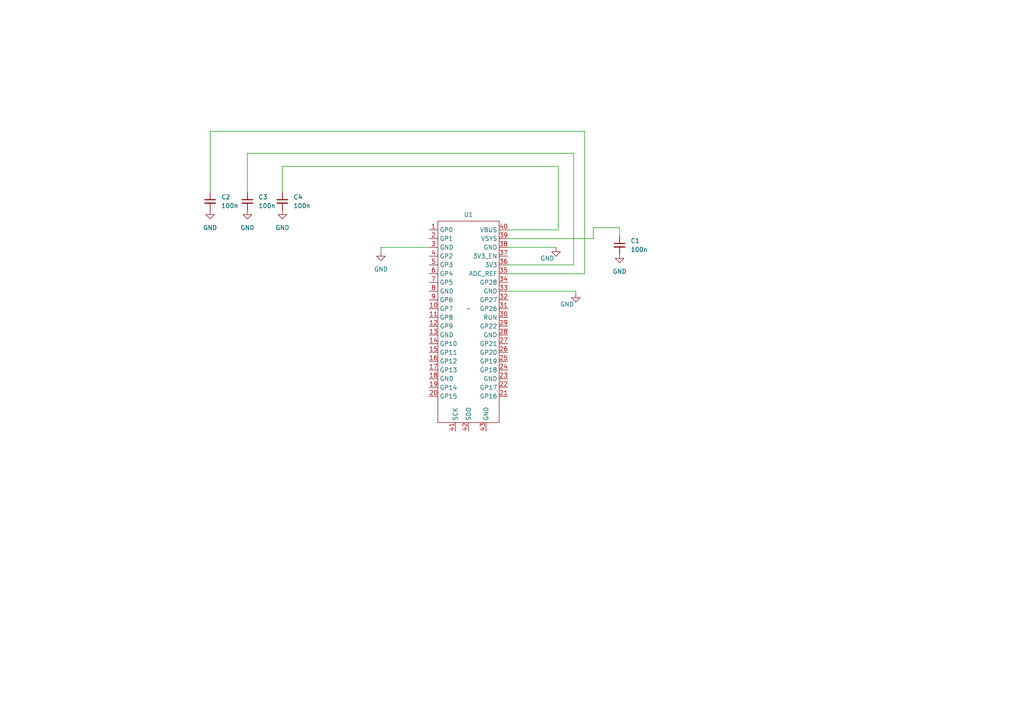
<source format=kicad_sch>
(kicad_sch (version 20230121) (generator eeschema)
  (paper "A4")
  (lib_symbols
    (symbol "Device:C_Small" (pin_numbers hide) (pin_names (offset 0.254) hide)
      (property "Reference" "C" (at 0.254 1.778 0))
      (property "Value" "C_Small" (at 0.254 -2.032 0))
      (symbol "C_Small_0_1"
        (polyline (pts (xy -1.524 -0.508) (xy 1.524 -0.508)) (stroke (width 0.3302)))
        (polyline (pts (xy -1.524 0.508) (xy 1.524 0.508)) (stroke (width 0.3048)))
      )
      (symbol "C_Small_1_1"
        (pin passive line (at 0 2.54 270) (length 2.032) (name "~") (number "1"))
        (pin passive line (at 0 -2.54 90) (length 2.032) (name "~") (number "2"))
      )
    )
    (symbol "Wiznet_W5100SEVB_Pico:Wiznet_Pico"
      (property "Reference" "U1" (at 0 27.305 0))
      (property "Value" "~" (at 0 0 0))
      (symbol "Wiznet_Pico_0_1"
        (rectangle (start -8.89 25.4) (end 8.89 -33.02))
      )
      (symbol "Wiznet_Pico_1_1"
        (pin input line (at -11.43 22.86 0) (length 2.54) (name "GP0") (number "1"))
        (pin input line (at -11.43 0 0) (length 2.54) (name "GP7") (number "10"))
        (pin input line (at -11.43 -2.54 0) (length 2.54) (name "GP8") (number "11"))
        (pin input line (at -11.43 -5.08 0) (length 2.54) (name "GP9") (number "12"))
        (pin input line (at -11.43 -7.62 0) (length 2.54) (name "GND") (number "13"))
        (pin input line (at -11.43 -10.16 0) (length 2.54) (name "GP10") (number "14"))
        (pin input line (at -11.43 -12.7 0) (length 2.54) (name "GP11") (number "15"))
        (pin input line (at -11.43 -15.24 0) (length 2.54) (name "GP12") (number "16"))
        (pin input line (at -11.43 -17.78 0) (length 2.54) (name "GP13") (number "17"))
        (pin input line (at -11.43 -20.32 0) (length 2.54) (name "GND") (number "18"))
        (pin input line (at -11.43 -22.86 0) (length 2.54) (name "GP14") (number "19"))
        (pin input line (at -11.43 20.32 0) (length 2.54) (name "GP1") (number "2"))
        (pin input line (at -11.43 -25.4 0) (length 2.54) (name "GP15") (number "20"))
        (pin input line (at 11.43 -25.4 180) (length 2.54) (name "GP16") (number "21"))
        (pin input line (at 11.43 -22.86 180) (length 2.54) (name "GP17") (number "22"))
        (pin input line (at 11.43 -20.32 180) (length 2.54) (name "GND") (number "23"))
        (pin input line (at 11.43 -17.78 180) (length 2.54) (name "GP18") (number "24"))
        (pin input line (at 11.43 -15.24 180) (length 2.54) (name "GP19") (number "25"))
        (pin input line (at 11.43 -12.7 180) (length 2.54) (name "GP20") (number "26"))
        (pin input line (at 11.43 -10.16 180) (length 2.54) (name "GP21") (number "27"))
        (pin input line (at 11.43 -7.62 180) (length 2.54) (name "GND") (number "28"))
        (pin input line (at 11.43 -5.08 180) (length 2.54) (name "GP22") (number "29"))
        (pin input line (at -11.43 17.78 0) (length 2.54) (name "GND") (number "3"))
        (pin input line (at 11.43 -2.54 180) (length 2.54) (name "RUN") (number "30"))
        (pin input line (at 11.43 0 180) (length 2.54) (name "GP26") (number "31"))
        (pin input line (at 11.43 2.54 180) (length 2.54) (name "GP27") (number "32"))
        (pin input line (at 11.43 5.08 180) (length 2.54) (name "GND") (number "33"))
        (pin input line (at 11.43 7.62 180) (length 2.54) (name "GP28") (number "34"))
        (pin input line (at 11.43 10.16 180) (length 2.54) (name "ADC_REF") (number "35"))
        (pin input line (at 11.43 12.7 180) (length 2.54) (name "3V3") (number "36"))
        (pin input line (at 11.43 15.24 180) (length 2.54) (name "3V3_EN") (number "37"))
        (pin input line (at 11.43 17.78 180) (length 2.54) (name "GND") (number "38"))
        (pin input line (at 11.43 20.32 180) (length 2.54) (name "VSYS") (number "39"))
        (pin input line (at -11.43 15.24 0) (length 2.54) (name "GP2") (number "4"))
        (pin input line (at 11.43 22.86 180) (length 2.54) (name "VBUS") (number "40"))
        (pin input line (at -3.81 -35.56 90) (length 2.54) (name "SCK") (number "41"))
        (pin input line (at 0 -35.56 90) (length 2.54) (name "SDO") (number "42"))
        (pin input line (at 5.08 -35.56 90) (length 2.54) (name "GND") (number "43"))
        (pin input line (at -11.43 12.7 0) (length 2.54) (name "GP3") (number "5"))
        (pin input line (at -11.43 10.16 0) (length 2.54) (name "GP4") (number "6"))
        (pin input line (at -11.43 7.62 0) (length 2.54) (name "GP5") (number "7"))
        (pin input line (at -11.43 5.08 0) (length 2.54) (name "GND") (number "8"))
        (pin input line (at -11.43 2.54 0) (length 2.54) (name "GP6") (number "9"))
      )
    )
    (symbol "power:GND" (power) (pin_names (offset 0))
      (property "Value" "GND" (at 0 -3.81 0))
      (symbol "GND_0_1"
        (polyline (pts (xy 0 0) (xy 0 -1.27) (xy 1.27 -1.27) (xy 0 -2.54) (xy -1.27 -1.27) (xy 0 -1.27)))
      )
      (symbol "GND_1_1"
        (pin power_in line (at 0 0 270) (length 0) hide (name "GND") (number "1"))
      )
    )
  )
  (wire (pts (xy 167.005 84.455) (xy 167.005 85.09)))
  (wire (pts (xy 169.545 79.375) (xy 147.32 79.375)))
  (wire (pts (xy 60.96 55.88) (xy 60.96 38.1)))
  (wire (pts (xy 124.46 71.755) (xy 110.49 71.755)))
  (wire (pts (xy 172.085 66.04) (xy 179.705 66.04)))
  (wire (pts (xy 147.32 84.455) (xy 167.005 84.455)))
  (wire (pts (xy 166.37 76.835) (xy 166.37 44.45)))
  (wire (pts (xy 147.32 76.835) (xy 166.37 76.835)))
  (wire (pts (xy 81.915 55.88) (xy 81.915 48.26)))
  (wire (pts (xy 81.915 48.26) (xy 161.925 48.26)))
  (wire (pts (xy 147.32 71.755) (xy 161.29 71.755)))
  (wire (pts (xy 161.925 66.675) (xy 147.32 66.675)))
  (wire (pts (xy 110.49 71.755) (xy 110.49 73.025)))
  (wire (pts (xy 161.925 48.26) (xy 161.925 66.675)))
  (wire (pts (xy 169.545 38.1) (xy 169.545 79.375)))
  (wire (pts (xy 166.37 44.45) (xy 71.755 44.45)))
  (wire (pts (xy 172.085 69.215) (xy 172.085 66.04)))
  (wire (pts (xy 71.755 44.45) (xy 71.755 55.88)))
  (wire (pts (xy 60.96 38.1) (xy 169.545 38.1)))
  (wire (pts (xy 179.705 66.04) (xy 179.705 68.58)))
  (wire (pts (xy 147.32 69.215) (xy 172.085 69.215)))
  (symbol (lib_id "Wiznet_W5100SEVB_Pico:Wiznet_Pico") (at 135.89 89.535 0) (unit 1)
    (property "Reference" "U1" (at 135.89 62.23 0))
    (property "Value" "~" (at 135.89 89.535 0))
    (property "Footprint" "Wiznet_W5100SEBV_Pico:Wiznet_Pico" (effects hide))
  )
  (symbol (lib_id "power:GND") (at 60.96 60.96 0) (unit 1)
    (property "Reference" "#PWR03" (effects hide))
    (property "Value" "GND" (at 60.96 66.04 0))
  )
  (symbol (lib_id "Device:C_Small") (at 71.755 58.42 0) (unit 1)
    (property "Reference" "C3" (at 74.93 57.1563 0) (effects (justify left)))
    (property "Value" "100n" (at 74.93 59.6963 0) (effects (justify left)))
    (property "Footprint" "Capacitor_SMD:C_1206_3216Metric" (effects hide))
  )
  (symbol (lib_id "power:GND") (at 161.29 71.755 0) (unit 1)
    (property "Reference" "#PWR06" (effects hide))
    (property "Value" "GND" (at 158.75 74.93 0))
  )
  (symbol (lib_id "power:GND") (at 81.915 60.96 0) (unit 1)
    (property "Reference" "#PWR01" (effects hide))
    (property "Value" "GND" (at 81.915 66.04 0))
  )
  (symbol (lib_id "power:GND") (at 167.005 85.09 0) (unit 1)
    (property "Reference" "#PWR07" (effects hide))
    (property "Value" "GND" (at 164.465 88.265 0))
  )
  (symbol (lib_id "Device:C_Small") (at 179.705 71.12 0) (unit 1)
    (property "Reference" "C1" (at 182.88 69.8563 0) (effects (justify left)))
    (property "Value" "100n" (at 182.88 72.3963 0) (effects (justify left)))
    (property "Footprint" "Capacitor_SMD:C_1206_3216Metric" (effects hide))
  )
  (symbol (lib_id "power:GND") (at 71.755 60.96 0) (unit 1)
    (property "Reference" "#PWR02" (effects hide))
    (property "Value" "GND" (at 71.755 66.04 0))
  )
  (symbol (lib_id "Device:C_Small") (at 81.915 58.42 0) (unit 1)
    (property "Reference" "C4" (at 85.09 57.1563 0) (effects (justify left)))
    (property "Value" "100n" (at 85.09 59.6963 0) (effects (justify left)))
    (property "Footprint" "Capacitor_SMD:C_1206_3216Metric" (effects hide))
  )
  (symbol (lib_id "power:GND") (at 179.705 73.66 0) (unit 1)
    (property "Reference" "#PWR04" (effects hide))
    (property "Value" "GND" (at 179.705 78.74 0))
  )
  (symbol (lib_id "power:GND") (at 110.49 73.025 0) (unit 1)
    (property "Reference" "#PWR05" (effects hide))
    (property "Value" "GND" (at 110.49 78.105 0))
  )
  (symbol (lib_id "Device:C_Small") (at 60.96 58.42 0) (unit 1)
    (property "Reference" "C2" (at 64.135 57.1563 0) (effects (justify left)))
    (property "Value" "100n" (at 64.135 59.6963 0) (effects (justify left)))
    (property "Footprint" "Capacitor_SMD:C_1206_3216Metric" (effects hide))
  )
)
</source>
